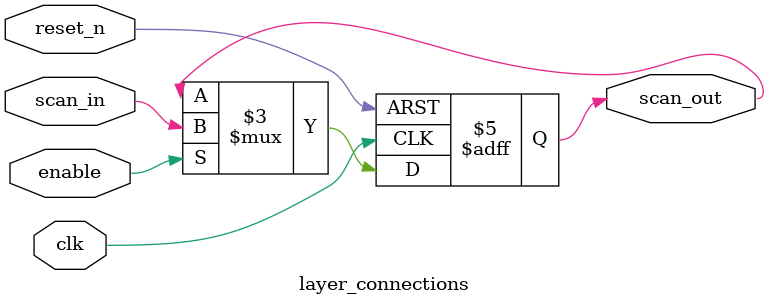
<source format=v>
module layer_connections(
    input  wire clk,
    input  wire reset_n,
    input  wire enable,
    input  wire scan_in,
    output reg  scan_out
);

    always @(posedge clk or negedge reset_n) begin
        if (!reset_n)
            scan_out <= 1'b0;
        else if (enable)
            scan_out <= scan_in;
    end

endmodule
</source>
